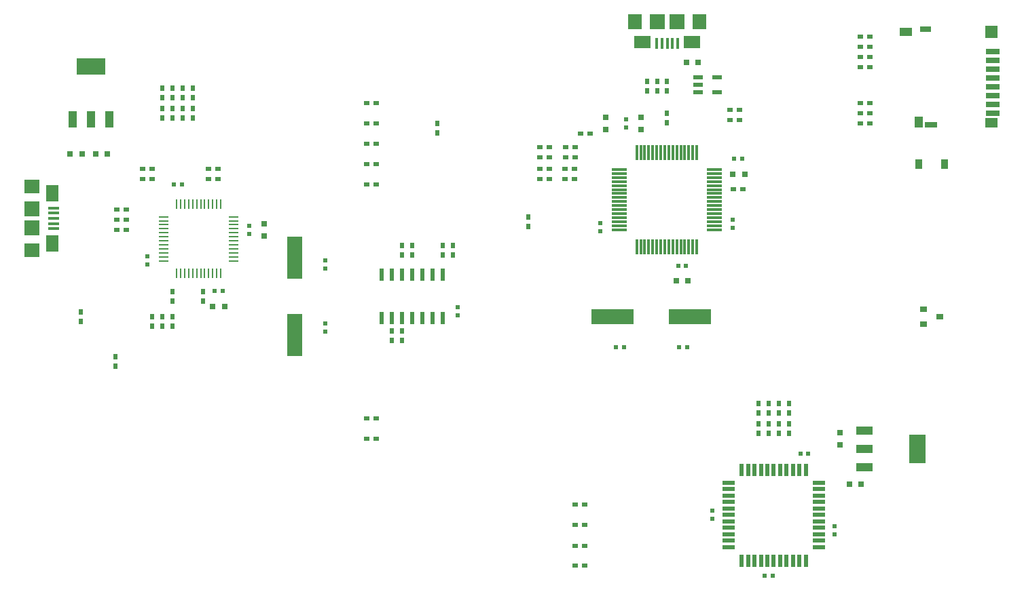
<source format=gbr>
G04 #@! TF.GenerationSoftware,KiCad,Pcbnew,(5.0.0-rc2-dev-319-g0ded476)*
G04 #@! TF.CreationDate,2018-08-03T18:05:57-07:00*
G04 #@! TF.ProjectId,paranoids-hackme-1,706172616E6F6964732D6861636B6D65,B-eco1*
G04 #@! TF.SameCoordinates,Original*
G04 #@! TF.FileFunction,Paste,Top*
G04 #@! TF.FilePolarity,Positive*
%FSLAX46Y46*%
G04 Gerber Fmt 4.6, Leading zero omitted, Abs format (unit mm)*
G04 Created by KiCad (PCBNEW (5.0.0-rc2-dev-319-g0ded476)) date Friday, August 03, 2018 at 06:05:57 PM*
%MOMM*%
%LPD*%
G01*
G04 APERTURE LIST*
%ADD10R,1.200000X0.600000*%
%ADD11R,0.610000X0.635000*%
%ADD12R,1.500000X0.500000*%
%ADD13R,0.500000X1.500000*%
%ADD14R,0.500000X0.500000*%
%ADD15R,0.800000X0.800000*%
%ADD16R,0.900000X0.800000*%
%ADD17R,0.920000X1.220000*%
%ADD18R,1.300000X0.250000*%
%ADD19R,0.250000X1.300000*%
%ADD20R,0.635000X0.610000*%
%ADD21R,0.600000X1.550000*%
%ADD22R,2.000000X3.650000*%
%ADD23R,2.000000X1.000000*%
%ADD24R,3.650000X2.000000*%
%ADD25R,1.000000X2.000000*%
%ADD26R,1.400000X0.800000*%
%ADD27R,1.550000X1.000000*%
%ADD28R,1.000000X1.450000*%
%ADD29R,1.500000X0.800000*%
%ADD30R,1.750000X0.700000*%
%ADD31R,1.500000X1.300000*%
%ADD32R,1.500000X1.500000*%
%ADD33R,5.334000X1.930400*%
%ADD34R,1.930400X5.334000*%
%ADD35R,1.899920X0.299720*%
%ADD36R,0.299720X1.899920*%
%ADD37R,1.800000X1.900000*%
%ADD38R,1.900000X1.900000*%
%ADD39R,2.100000X1.600000*%
%ADD40R,0.400000X1.350000*%
%ADD41R,1.900000X1.800000*%
%ADD42R,1.600000X2.100000*%
%ADD43R,1.350000X0.400000*%
G04 APERTURE END LIST*
D10*
X184905000Y-38674000D03*
X184905000Y-39624000D03*
X184905000Y-40574000D03*
X187205000Y-40574000D03*
X187205000Y-38674000D03*
D11*
X154305000Y-59728000D03*
X154305000Y-60922000D03*
X147955000Y-60922000D03*
X147955000Y-59728000D03*
D12*
X199910000Y-89345000D03*
X199910000Y-90145000D03*
X199910000Y-90945000D03*
X199910000Y-91745000D03*
X199910000Y-92545000D03*
X199910000Y-94145000D03*
X199910000Y-93345000D03*
X199910000Y-94945000D03*
X199910000Y-95745000D03*
X199910000Y-96545000D03*
X199910000Y-97345000D03*
X188710000Y-97345000D03*
X188710000Y-96545000D03*
X188710000Y-95745000D03*
X188710000Y-94945000D03*
X188710000Y-94145000D03*
X188710000Y-93345000D03*
X188710000Y-92545000D03*
X188710000Y-91745000D03*
X188710000Y-90945000D03*
X188710000Y-90145000D03*
D13*
X190310000Y-87745000D03*
X192710000Y-87745000D03*
X191910000Y-87745000D03*
X191110000Y-87745000D03*
X194310000Y-87745000D03*
X195110000Y-87745000D03*
X197510000Y-87745000D03*
X198310000Y-87745000D03*
X195910000Y-87745000D03*
X196710000Y-87745000D03*
X193510000Y-87745000D03*
D12*
X188710000Y-89345000D03*
D13*
X198310000Y-99045000D03*
X197510000Y-99045000D03*
X196710000Y-99045000D03*
X195910000Y-99045000D03*
X195110000Y-99045000D03*
X194310000Y-99045000D03*
X193510000Y-99045000D03*
X192710000Y-99045000D03*
X191910000Y-99045000D03*
X191110000Y-99045000D03*
X190310000Y-99045000D03*
D14*
X154940000Y-67445000D03*
X154940000Y-68445000D03*
D15*
X184900000Y-36830000D03*
X183400000Y-36830000D03*
X203720000Y-89535000D03*
X205220000Y-89535000D03*
D16*
X212995000Y-67630000D03*
X212995000Y-69530000D03*
X214995000Y-68580000D03*
D17*
X215635000Y-49530000D03*
X212355000Y-49530000D03*
D18*
X126960000Y-61620000D03*
X126960000Y-61120000D03*
X126960000Y-60620000D03*
X126960000Y-60120000D03*
X126960000Y-59620000D03*
X126960000Y-59120000D03*
X126960000Y-58620000D03*
X126960000Y-58120000D03*
X126960000Y-57620000D03*
X126960000Y-57120000D03*
X126960000Y-56620000D03*
X126960000Y-56120000D03*
D19*
X125360000Y-54520000D03*
X124860000Y-54520000D03*
X124360000Y-54520000D03*
X123860000Y-54520000D03*
X123360000Y-54520000D03*
X122860000Y-54520000D03*
X122360000Y-54520000D03*
X121860000Y-54520000D03*
X121360000Y-54520000D03*
X120860000Y-54520000D03*
X120360000Y-54520000D03*
X119860000Y-54520000D03*
D18*
X118260000Y-56120000D03*
X118260000Y-56620000D03*
X118260000Y-57120000D03*
X118260000Y-57620000D03*
X118260000Y-58120000D03*
X118260000Y-58620000D03*
X118260000Y-59120000D03*
X118260000Y-59620000D03*
X118260000Y-60120000D03*
X118260000Y-60620000D03*
X118260000Y-61120000D03*
X118260000Y-61620000D03*
D19*
X119860000Y-63220000D03*
X120360000Y-63220000D03*
X120860000Y-63220000D03*
X121360000Y-63220000D03*
X121860000Y-63220000D03*
X122360000Y-63220000D03*
X122860000Y-63220000D03*
X123360000Y-63220000D03*
X123860000Y-63220000D03*
X124360000Y-63220000D03*
X124860000Y-63220000D03*
X125360000Y-63220000D03*
D14*
X138430000Y-62595000D03*
X138430000Y-61595000D03*
X138430000Y-70485000D03*
X138430000Y-69485000D03*
X124595000Y-65405000D03*
X125595000Y-65405000D03*
X120515000Y-52070000D03*
X119515000Y-52070000D03*
X128905000Y-58285000D03*
X128905000Y-57285000D03*
X198620000Y-85725000D03*
X197620000Y-85725000D03*
X201930000Y-95750000D03*
X201930000Y-94750000D03*
X194175000Y-100965000D03*
X193175000Y-100965000D03*
X183515000Y-72390000D03*
X182515000Y-72390000D03*
X174625000Y-72390000D03*
X175625000Y-72390000D03*
X182380000Y-62230000D03*
X183380000Y-62230000D03*
X175895000Y-43950000D03*
X175895000Y-44950000D03*
X189230000Y-57515000D03*
X189230000Y-56515000D03*
X190365000Y-48895000D03*
X189365000Y-48895000D03*
X172720000Y-56904000D03*
X172720000Y-57904000D03*
X186690000Y-92845000D03*
X186690000Y-93845000D03*
X116205000Y-61095000D03*
X116205000Y-62095000D03*
D11*
X192405000Y-80607000D03*
X192405000Y-79413000D03*
X193675000Y-80607000D03*
X193675000Y-79413000D03*
X194945000Y-80607000D03*
X194945000Y-79413000D03*
X196215000Y-80607000D03*
X196215000Y-79413000D03*
X118110000Y-41237000D03*
X118110000Y-40043000D03*
X121920000Y-41237000D03*
X121920000Y-40043000D03*
X120650000Y-41237000D03*
X120650000Y-40043000D03*
X119380000Y-41237000D03*
X119380000Y-40043000D03*
D20*
X166332000Y-47440000D03*
X165138000Y-47440000D03*
X166332000Y-48710000D03*
X165138000Y-48710000D03*
X166332000Y-50165000D03*
X165138000Y-50165000D03*
X166332000Y-51435000D03*
X165138000Y-51435000D03*
D11*
X194945000Y-83147000D03*
X194945000Y-81953000D03*
X193675000Y-83147000D03*
X193675000Y-81953000D03*
X192405000Y-83147000D03*
X192405000Y-81953000D03*
X163703000Y-56172000D03*
X163703000Y-57366000D03*
X152400000Y-44488000D03*
X152400000Y-45682000D03*
D20*
X143548000Y-52070000D03*
X144742000Y-52070000D03*
X188887000Y-44069000D03*
X190081000Y-44069000D03*
X206337000Y-44450000D03*
X205143000Y-44450000D03*
X206337000Y-34925000D03*
X205143000Y-34925000D03*
X206337000Y-33655000D03*
X205143000Y-33655000D03*
X206337000Y-43180000D03*
X205143000Y-43180000D03*
X206299000Y-41910000D03*
X205105000Y-41910000D03*
X206337000Y-37465000D03*
X205143000Y-37465000D03*
X206337000Y-36195000D03*
X205143000Y-36195000D03*
X143548000Y-49530000D03*
X144742000Y-49530000D03*
D11*
X179760000Y-39223000D03*
X179760000Y-40417000D03*
X180975000Y-39223000D03*
X180975000Y-40417000D03*
D20*
X170777000Y-92075000D03*
X169583000Y-92075000D03*
X170777000Y-94615000D03*
X169583000Y-94615000D03*
X170777000Y-97210000D03*
X169583000Y-97210000D03*
X170777000Y-99695000D03*
X169583000Y-99695000D03*
D11*
X180975000Y-43218000D03*
X180975000Y-44412000D03*
D20*
X190462000Y-52705000D03*
X189268000Y-52705000D03*
X171412000Y-45720000D03*
X170218000Y-45720000D03*
X143548000Y-46990000D03*
X144742000Y-46990000D03*
X143548000Y-44450000D03*
X144742000Y-44450000D03*
X143548000Y-41910000D03*
X144742000Y-41910000D03*
X169524000Y-47440000D03*
X168330000Y-47440000D03*
D11*
X119380000Y-65443000D03*
X119380000Y-66637000D03*
X107950000Y-67983000D03*
X107950000Y-69177000D03*
X116840000Y-68618000D03*
X116840000Y-69812000D03*
X123190000Y-66637000D03*
X123190000Y-65443000D03*
X118110000Y-68618000D03*
X118110000Y-69812000D03*
X119380000Y-68618000D03*
X119380000Y-69812000D03*
D20*
X116802000Y-50165000D03*
X115608000Y-50165000D03*
X115608000Y-51435000D03*
X116802000Y-51435000D03*
X123863000Y-50165000D03*
X125057000Y-50165000D03*
X125057000Y-51435000D03*
X123863000Y-51435000D03*
D11*
X112268000Y-74765000D03*
X112268000Y-73571000D03*
X196215000Y-83147000D03*
X196215000Y-81953000D03*
X118110000Y-43777000D03*
X118110000Y-42583000D03*
X121920000Y-43777000D03*
X121920000Y-42583000D03*
X120650000Y-43777000D03*
X120650000Y-42583000D03*
X119380000Y-43777000D03*
X119380000Y-42583000D03*
D20*
X112433000Y-55245000D03*
X113627000Y-55245000D03*
X112433000Y-56515000D03*
X113627000Y-56515000D03*
X113627000Y-57785000D03*
X112433000Y-57785000D03*
X144742000Y-81280000D03*
X143548000Y-81280000D03*
X144742000Y-83820000D03*
X143548000Y-83820000D03*
D11*
X153035000Y-60922000D03*
X153035000Y-59728000D03*
X149225000Y-60922000D03*
X149225000Y-59728000D03*
X147955000Y-70396000D03*
X147955000Y-71590000D03*
X146685000Y-71590000D03*
X146685000Y-70396000D03*
D20*
X169524000Y-48710000D03*
X168330000Y-48710000D03*
X169507000Y-50165000D03*
X168313000Y-50165000D03*
X169507000Y-51435000D03*
X168313000Y-51435000D03*
X190081000Y-42799000D03*
X188887000Y-42799000D03*
D11*
X178490000Y-39223000D03*
X178490000Y-40417000D03*
D15*
X124345000Y-67310000D03*
X125845000Y-67310000D03*
X106565000Y-48260000D03*
X108065000Y-48260000D03*
X109740000Y-48260000D03*
X111240000Y-48260000D03*
X130810000Y-58535000D03*
X130810000Y-57035000D03*
X202565000Y-83070000D03*
X202565000Y-84570000D03*
X190730000Y-50800000D03*
X189230000Y-50800000D03*
X177800000Y-43700000D03*
X177800000Y-45200000D03*
X182130000Y-64135000D03*
X183630000Y-64135000D03*
X173355000Y-43700000D03*
X173355000Y-45200000D03*
D21*
X153035000Y-68740000D03*
X151765000Y-68740000D03*
X150495000Y-68740000D03*
X149225000Y-68740000D03*
X147955000Y-68740000D03*
X146685000Y-68740000D03*
X145415000Y-68740000D03*
X145415000Y-63340000D03*
X146685000Y-63340000D03*
X147955000Y-63340000D03*
X149225000Y-63340000D03*
X150495000Y-63340000D03*
X151765000Y-63340000D03*
X153035000Y-63340000D03*
D22*
X212215000Y-85090000D03*
D23*
X205615000Y-85090000D03*
X205615000Y-82810000D03*
X205615000Y-87370000D03*
D24*
X109220000Y-37340000D03*
D25*
X109220000Y-43940000D03*
X106940000Y-43940000D03*
X111500000Y-43940000D03*
D26*
X213240000Y-32680000D03*
D27*
X210815000Y-33080000D03*
D28*
X212390000Y-44305000D03*
D29*
X213890000Y-44630000D03*
D30*
X221615000Y-43180000D03*
X221615000Y-42080000D03*
X221615000Y-40980000D03*
X221615000Y-39880000D03*
X221615000Y-38780000D03*
X221615000Y-37680000D03*
X221615000Y-36580000D03*
X221615000Y-35480000D03*
D31*
X221490000Y-44380000D03*
D32*
X221490000Y-33030000D03*
D33*
X183896000Y-68580000D03*
X174244000Y-68580000D03*
D34*
X134620000Y-61214000D03*
X134620000Y-70866000D03*
D35*
X175077120Y-57724040D03*
X175077120Y-57223660D03*
X175077120Y-56723280D03*
X175077120Y-56222900D03*
X175077120Y-55722520D03*
X175077120Y-55224680D03*
X175077120Y-54724300D03*
X175077120Y-54223920D03*
X175077120Y-53726080D03*
X175077120Y-53225700D03*
X175077120Y-52725320D03*
X175077120Y-52227480D03*
X175077120Y-51727100D03*
X175077120Y-51226720D03*
X175077120Y-50726340D03*
X175077120Y-50225960D03*
D36*
X177225960Y-48077120D03*
X177726340Y-48077120D03*
X178226720Y-48077120D03*
X178727100Y-48077120D03*
X179227480Y-48077120D03*
X179725320Y-48077120D03*
X180225700Y-48077120D03*
X180726080Y-48077120D03*
X181223920Y-48077120D03*
X181724300Y-48077120D03*
X182224680Y-48077120D03*
X182722520Y-48077120D03*
X183222900Y-48077120D03*
X183723280Y-48077120D03*
X184223660Y-48077120D03*
X184724040Y-48077120D03*
D35*
X186872880Y-50225960D03*
X186872880Y-50726340D03*
X186872880Y-51226720D03*
X186872880Y-51727100D03*
X186872880Y-52227480D03*
X186872880Y-52725320D03*
X186872880Y-53225700D03*
X186872880Y-53726080D03*
X186872880Y-54223920D03*
X186872880Y-54724300D03*
X186872880Y-55224680D03*
X186872880Y-55722520D03*
X186872880Y-56222900D03*
X186872880Y-56723280D03*
X186872880Y-57223660D03*
X186872880Y-57724040D03*
D36*
X184724040Y-59872880D03*
X184223660Y-59872880D03*
X183723280Y-59872880D03*
X183222900Y-59872880D03*
X182722520Y-59872880D03*
X182224680Y-59872880D03*
X181724300Y-59872880D03*
X181223920Y-59872880D03*
X180726080Y-59872880D03*
X180225700Y-59872880D03*
X179725320Y-59872880D03*
X179227480Y-59872880D03*
X178727100Y-59872880D03*
X178226720Y-59872880D03*
X177726340Y-59872880D03*
X177225960Y-59872880D03*
D37*
X177030000Y-31795000D03*
D38*
X179830000Y-31795000D03*
X182230000Y-31795000D03*
D37*
X185030000Y-31795000D03*
D39*
X177930000Y-34345000D03*
X184130000Y-34345000D03*
D40*
X179730000Y-34470000D03*
X180380000Y-34470000D03*
X181030000Y-34470000D03*
X181680000Y-34470000D03*
X182330000Y-34470000D03*
D41*
X101830000Y-60330000D03*
D38*
X101830000Y-57530000D03*
X101830000Y-55130000D03*
D41*
X101830000Y-52330000D03*
D42*
X104380000Y-59430000D03*
X104380000Y-53230000D03*
D43*
X104505000Y-57630000D03*
X104505000Y-56980000D03*
X104505000Y-56330000D03*
X104505000Y-55680000D03*
X104505000Y-55030000D03*
M02*

</source>
